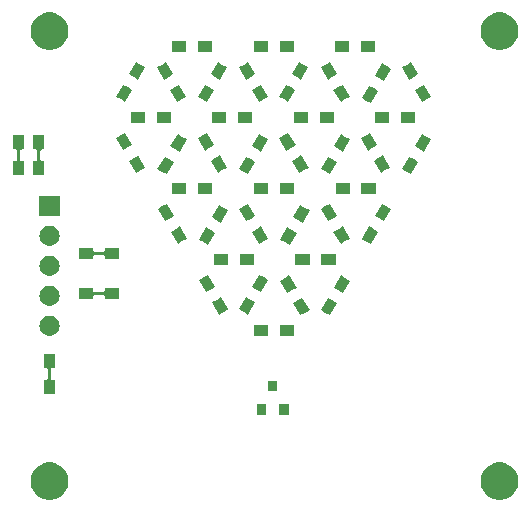
<source format=gbr>
G04 #@! TF.GenerationSoftware,KiCad,Pcbnew,(5.0.2)-1*
G04 #@! TF.CreationDate,2019-03-12T22:47:49+00:00*
G04 #@! TF.ProjectId,crazy-proto - SOT23 - Hex,6372617a-792d-4707-926f-746f202d2053,1.0*
G04 #@! TF.SameCoordinates,Original*
G04 #@! TF.FileFunction,Soldermask,Top*
G04 #@! TF.FilePolarity,Negative*
%FSLAX46Y46*%
G04 Gerber Fmt 4.6, Leading zero omitted, Abs format (unit mm)*
G04 Created by KiCad (PCBNEW (5.0.2)-1) date 12/03/2019 22:47:49*
%MOMM*%
%LPD*%
G01*
G04 APERTURE LIST*
%ADD10C,0.100000*%
G04 APERTURE END LIST*
D10*
G36*
X157184703Y-115555486D02*
X157475883Y-115676097D01*
X157737944Y-115851201D01*
X157960799Y-116074056D01*
X158135903Y-116336117D01*
X158256514Y-116627297D01*
X158318000Y-116936412D01*
X158318000Y-117251588D01*
X158256514Y-117560703D01*
X158135903Y-117851883D01*
X157960799Y-118113944D01*
X157737944Y-118336799D01*
X157475883Y-118511903D01*
X157184703Y-118632514D01*
X156875588Y-118694000D01*
X156560412Y-118694000D01*
X156251297Y-118632514D01*
X155960117Y-118511903D01*
X155698056Y-118336799D01*
X155475201Y-118113944D01*
X155300097Y-117851883D01*
X155179486Y-117560703D01*
X155118000Y-117251588D01*
X155118000Y-116936412D01*
X155179486Y-116627297D01*
X155300097Y-116336117D01*
X155475201Y-116074056D01*
X155698056Y-115851201D01*
X155960117Y-115676097D01*
X156251297Y-115555486D01*
X156560412Y-115494000D01*
X156875588Y-115494000D01*
X157184703Y-115555486D01*
X157184703Y-115555486D01*
G37*
G36*
X119084703Y-115555486D02*
X119375883Y-115676097D01*
X119637944Y-115851201D01*
X119860799Y-116074056D01*
X120035903Y-116336117D01*
X120156514Y-116627297D01*
X120218000Y-116936412D01*
X120218000Y-117251588D01*
X120156514Y-117560703D01*
X120035903Y-117851883D01*
X119860799Y-118113944D01*
X119637944Y-118336799D01*
X119375883Y-118511903D01*
X119084703Y-118632514D01*
X118775588Y-118694000D01*
X118460412Y-118694000D01*
X118151297Y-118632514D01*
X117860117Y-118511903D01*
X117598056Y-118336799D01*
X117375201Y-118113944D01*
X117200097Y-117851883D01*
X117079486Y-117560703D01*
X117018000Y-117251588D01*
X117018000Y-116936412D01*
X117079486Y-116627297D01*
X117200097Y-116336117D01*
X117375201Y-116074056D01*
X117598056Y-115851201D01*
X117860117Y-115676097D01*
X118151297Y-115555486D01*
X118460412Y-115494000D01*
X118775588Y-115494000D01*
X119084703Y-115555486D01*
X119084703Y-115555486D01*
G37*
G36*
X136955280Y-111489840D02*
X136155280Y-111489840D01*
X136155280Y-110589840D01*
X136955280Y-110589840D01*
X136955280Y-111489840D01*
X136955280Y-111489840D01*
G37*
G36*
X138855280Y-111489840D02*
X138055280Y-111489840D01*
X138055280Y-110589840D01*
X138855280Y-110589840D01*
X138855280Y-111489840D01*
X138855280Y-111489840D01*
G37*
G36*
X119050000Y-107500000D02*
X118875000Y-107500000D01*
X118850614Y-107502402D01*
X118827165Y-107509515D01*
X118805554Y-107521066D01*
X118786612Y-107536612D01*
X118771066Y-107555554D01*
X118759515Y-107577165D01*
X118752402Y-107600614D01*
X118750000Y-107625000D01*
X118750000Y-108375000D01*
X118752402Y-108399386D01*
X118759515Y-108422835D01*
X118771066Y-108444446D01*
X118786612Y-108463388D01*
X118805554Y-108478934D01*
X118827165Y-108490485D01*
X118850614Y-108497598D01*
X118875000Y-108500000D01*
X119050000Y-108500000D01*
X119050000Y-109700000D01*
X118150000Y-109700000D01*
X118150000Y-108500000D01*
X118325000Y-108500000D01*
X118349386Y-108497598D01*
X118372835Y-108490485D01*
X118394446Y-108478934D01*
X118413388Y-108463388D01*
X118428934Y-108444446D01*
X118440485Y-108422835D01*
X118447598Y-108399386D01*
X118450000Y-108375000D01*
X118450000Y-107625000D01*
X118447598Y-107600614D01*
X118440485Y-107577165D01*
X118428934Y-107555554D01*
X118413388Y-107536612D01*
X118394446Y-107521066D01*
X118372835Y-107509515D01*
X118349386Y-107502402D01*
X118325000Y-107500000D01*
X118150000Y-107500000D01*
X118150000Y-106300000D01*
X119050000Y-106300000D01*
X119050000Y-107500000D01*
X119050000Y-107500000D01*
G37*
G36*
X137905280Y-109489840D02*
X137105280Y-109489840D01*
X137105280Y-108589840D01*
X137905280Y-108589840D01*
X137905280Y-109489840D01*
X137905280Y-109489840D01*
G37*
G36*
X139298450Y-104796750D02*
X138098450Y-104796750D01*
X138098450Y-103896750D01*
X139298450Y-103896750D01*
X139298450Y-104796750D01*
X139298450Y-104796750D01*
G37*
G36*
X137098450Y-104796750D02*
X135898450Y-104796750D01*
X135898450Y-103896750D01*
X137098450Y-103896750D01*
X137098450Y-104796750D01*
X137098450Y-104796750D01*
G37*
G36*
X118784630Y-103084699D02*
X118944855Y-103133303D01*
X119092520Y-103212231D01*
X119221949Y-103318451D01*
X119328169Y-103447880D01*
X119407097Y-103595545D01*
X119455701Y-103755770D01*
X119472112Y-103922400D01*
X119455701Y-104089030D01*
X119407097Y-104249255D01*
X119328169Y-104396920D01*
X119221949Y-104526349D01*
X119092520Y-104632569D01*
X118944855Y-104711497D01*
X118784630Y-104760101D01*
X118659752Y-104772400D01*
X118576248Y-104772400D01*
X118451370Y-104760101D01*
X118291145Y-104711497D01*
X118143480Y-104632569D01*
X118014051Y-104526349D01*
X117907831Y-104396920D01*
X117828903Y-104249255D01*
X117780299Y-104089030D01*
X117763888Y-103922400D01*
X117780299Y-103755770D01*
X117828903Y-103595545D01*
X117907831Y-103447880D01*
X118014051Y-103318451D01*
X118143480Y-103212231D01*
X118291145Y-103133303D01*
X118451370Y-103084699D01*
X118576248Y-103072400D01*
X118659752Y-103072400D01*
X118784630Y-103084699D01*
X118784630Y-103084699D01*
G37*
G36*
X142558450Y-101779763D02*
X142948162Y-102004763D01*
X142348162Y-103043993D01*
X142348161Y-103043993D01*
X141958450Y-102818993D01*
X141568738Y-102593993D01*
X142168738Y-101554763D01*
X142168739Y-101554763D01*
X142558450Y-101779763D01*
X142558450Y-101779763D01*
G37*
G36*
X140638162Y-102593993D02*
X140248450Y-102818993D01*
X139858739Y-103043993D01*
X139858738Y-103043993D01*
X139258738Y-102004763D01*
X139648450Y-101779763D01*
X140038161Y-101554763D01*
X140038162Y-101554763D01*
X140638162Y-102593993D01*
X140638162Y-102593993D01*
G37*
G36*
X133748162Y-102543993D02*
X133661559Y-102593993D01*
X132968739Y-102993993D01*
X132968738Y-102993993D01*
X132368738Y-101954763D01*
X132793971Y-101709255D01*
X133148161Y-101504763D01*
X133148162Y-101504763D01*
X133748162Y-102543993D01*
X133748162Y-102543993D01*
G37*
G36*
X135520296Y-101650000D02*
X136040662Y-101950433D01*
X135440662Y-102989663D01*
X135440661Y-102989663D01*
X135050950Y-102764663D01*
X134661238Y-102539663D01*
X135261238Y-101500433D01*
X135261239Y-101500433D01*
X135520296Y-101650000D01*
X135520296Y-101650000D01*
G37*
G36*
X118784630Y-100544699D02*
X118944855Y-100593303D01*
X119092520Y-100672231D01*
X119221949Y-100778451D01*
X119328169Y-100907880D01*
X119407097Y-101055545D01*
X119455701Y-101215770D01*
X119472112Y-101382400D01*
X119455701Y-101549030D01*
X119407097Y-101709255D01*
X119328169Y-101856920D01*
X119221949Y-101986349D01*
X119092520Y-102092569D01*
X118944855Y-102171497D01*
X118784630Y-102220101D01*
X118659752Y-102232400D01*
X118576248Y-102232400D01*
X118451370Y-102220101D01*
X118291145Y-102171497D01*
X118143480Y-102092569D01*
X118014051Y-101986349D01*
X117907831Y-101856920D01*
X117828903Y-101709255D01*
X117780299Y-101549030D01*
X117763888Y-101382400D01*
X117780299Y-101215770D01*
X117828903Y-101055545D01*
X117907831Y-100907880D01*
X118014051Y-100778451D01*
X118143480Y-100672231D01*
X118291145Y-100593303D01*
X118451370Y-100544699D01*
X118576248Y-100532400D01*
X118659752Y-100532400D01*
X118784630Y-100544699D01*
X118784630Y-100544699D01*
G37*
G36*
X122300000Y-100925000D02*
X122302402Y-100949386D01*
X122309515Y-100972835D01*
X122321066Y-100994446D01*
X122336612Y-101013388D01*
X122355554Y-101028934D01*
X122377165Y-101040485D01*
X122400614Y-101047598D01*
X122425000Y-101050000D01*
X123175000Y-101050000D01*
X123199386Y-101047598D01*
X123222835Y-101040485D01*
X123244446Y-101028934D01*
X123263388Y-101013388D01*
X123278934Y-100994446D01*
X123290485Y-100972835D01*
X123297598Y-100949386D01*
X123300000Y-100925000D01*
X123300000Y-100750000D01*
X124500000Y-100750000D01*
X124500000Y-101650000D01*
X123300000Y-101650000D01*
X123300000Y-101475000D01*
X123297598Y-101450614D01*
X123290485Y-101427165D01*
X123278934Y-101405554D01*
X123263388Y-101386612D01*
X123244446Y-101371066D01*
X123222835Y-101359515D01*
X123199386Y-101352402D01*
X123175000Y-101350000D01*
X122425000Y-101350000D01*
X122400614Y-101352402D01*
X122377165Y-101359515D01*
X122355554Y-101371066D01*
X122336612Y-101386612D01*
X122321066Y-101405554D01*
X122309515Y-101427165D01*
X122302402Y-101450614D01*
X122300000Y-101475000D01*
X122300000Y-101650000D01*
X121100000Y-101650000D01*
X121100000Y-100750000D01*
X122300000Y-100750000D01*
X122300000Y-100925000D01*
X122300000Y-100925000D01*
G37*
G36*
X139538162Y-100688737D02*
X139158595Y-100907880D01*
X138758739Y-101138737D01*
X138758738Y-101138737D01*
X138158738Y-100099507D01*
X138548450Y-99874507D01*
X138938161Y-99649507D01*
X138938162Y-99649507D01*
X139538162Y-100688737D01*
X139538162Y-100688737D01*
G37*
G36*
X143658450Y-99874507D02*
X144048162Y-100099507D01*
X143448162Y-101138737D01*
X143448161Y-101138737D01*
X143048305Y-100907880D01*
X142668738Y-100688737D01*
X143268738Y-99649507D01*
X143268739Y-99649507D01*
X143658450Y-99874507D01*
X143658450Y-99874507D01*
G37*
G36*
X132648162Y-100638737D02*
X132406170Y-100778451D01*
X131868739Y-101088737D01*
X131868738Y-101088737D01*
X131268738Y-100049507D01*
X131887266Y-99692400D01*
X132048161Y-99599507D01*
X132048162Y-99599507D01*
X132648162Y-100638737D01*
X132648162Y-100638737D01*
G37*
G36*
X136750950Y-99820177D02*
X137140662Y-100045177D01*
X136540662Y-101084407D01*
X136540661Y-101084407D01*
X136010730Y-100778451D01*
X135761238Y-100634407D01*
X136361238Y-99595177D01*
X136361239Y-99595177D01*
X136750950Y-99820177D01*
X136750950Y-99820177D01*
G37*
G36*
X118784630Y-98004699D02*
X118944855Y-98053303D01*
X119092520Y-98132231D01*
X119221949Y-98238451D01*
X119328169Y-98367880D01*
X119407097Y-98515545D01*
X119455701Y-98675770D01*
X119472112Y-98842400D01*
X119455701Y-99009030D01*
X119407097Y-99169255D01*
X119328169Y-99316920D01*
X119221949Y-99446349D01*
X119092520Y-99552569D01*
X118944855Y-99631497D01*
X118784630Y-99680101D01*
X118659752Y-99692400D01*
X118576248Y-99692400D01*
X118451370Y-99680101D01*
X118291145Y-99631497D01*
X118143480Y-99552569D01*
X118014051Y-99446349D01*
X117907831Y-99316920D01*
X117828903Y-99169255D01*
X117780299Y-99009030D01*
X117763888Y-98842400D01*
X117780299Y-98675770D01*
X117828903Y-98515545D01*
X117907831Y-98367880D01*
X118014051Y-98238451D01*
X118143480Y-98132231D01*
X118291145Y-98053303D01*
X118451370Y-98004699D01*
X118576248Y-97992400D01*
X118659752Y-97992400D01*
X118784630Y-98004699D01*
X118784630Y-98004699D01*
G37*
G36*
X133733450Y-98746750D02*
X132533450Y-98746750D01*
X132533450Y-97846750D01*
X133733450Y-97846750D01*
X133733450Y-98746750D01*
X133733450Y-98746750D01*
G37*
G36*
X142838450Y-98746750D02*
X141638450Y-98746750D01*
X141638450Y-97846750D01*
X142838450Y-97846750D01*
X142838450Y-98746750D01*
X142838450Y-98746750D01*
G37*
G36*
X140638450Y-98746750D02*
X139438450Y-98746750D01*
X139438450Y-97846750D01*
X140638450Y-97846750D01*
X140638450Y-98746750D01*
X140638450Y-98746750D01*
G37*
G36*
X135933450Y-98746750D02*
X134733450Y-98746750D01*
X134733450Y-97846750D01*
X135933450Y-97846750D01*
X135933450Y-98746750D01*
X135933450Y-98746750D01*
G37*
G36*
X122300000Y-97525000D02*
X122302402Y-97549386D01*
X122309515Y-97572835D01*
X122321066Y-97594446D01*
X122336612Y-97613388D01*
X122355554Y-97628934D01*
X122377165Y-97640485D01*
X122400614Y-97647598D01*
X122425000Y-97650000D01*
X123175000Y-97650000D01*
X123199386Y-97647598D01*
X123222835Y-97640485D01*
X123244446Y-97628934D01*
X123263388Y-97613388D01*
X123278934Y-97594446D01*
X123290485Y-97572835D01*
X123297598Y-97549386D01*
X123300000Y-97525000D01*
X123300000Y-97350000D01*
X124500000Y-97350000D01*
X124500000Y-98250000D01*
X123300000Y-98250000D01*
X123300000Y-98075000D01*
X123297598Y-98050614D01*
X123290485Y-98027165D01*
X123278934Y-98005554D01*
X123263388Y-97986612D01*
X123244446Y-97971066D01*
X123222835Y-97959515D01*
X123199386Y-97952402D01*
X123175000Y-97950000D01*
X122425000Y-97950000D01*
X122400614Y-97952402D01*
X122377165Y-97959515D01*
X122355554Y-97971066D01*
X122336612Y-97986612D01*
X122321066Y-98005554D01*
X122309515Y-98027165D01*
X122302402Y-98050614D01*
X122300000Y-98075000D01*
X122300000Y-98250000D01*
X121100000Y-98250000D01*
X121100000Y-97350000D01*
X122300000Y-97350000D01*
X122300000Y-97525000D01*
X122300000Y-97525000D01*
G37*
G36*
X118784630Y-95464699D02*
X118944855Y-95513303D01*
X119092520Y-95592231D01*
X119221949Y-95698451D01*
X119328169Y-95827880D01*
X119407097Y-95975545D01*
X119455701Y-96135770D01*
X119472112Y-96302400D01*
X119455701Y-96469030D01*
X119407097Y-96629255D01*
X119328169Y-96776920D01*
X119221949Y-96906349D01*
X119092520Y-97012569D01*
X118944855Y-97091497D01*
X118784630Y-97140101D01*
X118659752Y-97152400D01*
X118576248Y-97152400D01*
X118451370Y-97140101D01*
X118291145Y-97091497D01*
X118143480Y-97012569D01*
X118014051Y-96906349D01*
X117907831Y-96776920D01*
X117828903Y-96629255D01*
X117780299Y-96469030D01*
X117763888Y-96302400D01*
X117780299Y-96135770D01*
X117828903Y-95975545D01*
X117907831Y-95827880D01*
X118014051Y-95698451D01*
X118143480Y-95592231D01*
X118291145Y-95513303D01*
X118451370Y-95464699D01*
X118576248Y-95452400D01*
X118659752Y-95452400D01*
X118784630Y-95464699D01*
X118784630Y-95464699D01*
G37*
G36*
X139150189Y-95827880D02*
X139543162Y-96054763D01*
X138943162Y-97093993D01*
X138943161Y-97093993D01*
X138393973Y-96776919D01*
X138163738Y-96643993D01*
X138763738Y-95604763D01*
X138763739Y-95604763D01*
X139150189Y-95827880D01*
X139150189Y-95827880D01*
G37*
G36*
X132250189Y-95827880D02*
X132643162Y-96054763D01*
X132043162Y-97093993D01*
X132043161Y-97093993D01*
X131493973Y-96776919D01*
X131263738Y-96643993D01*
X131863738Y-95604763D01*
X131863739Y-95604763D01*
X132250189Y-95827880D01*
X132250189Y-95827880D01*
G37*
G36*
X145826944Y-95604763D02*
X146440662Y-95959093D01*
X145840662Y-96998323D01*
X145840661Y-96998323D01*
X145201417Y-96629255D01*
X145061238Y-96548323D01*
X145661238Y-95509093D01*
X145661239Y-95509093D01*
X145826944Y-95604763D01*
X145826944Y-95604763D01*
G37*
G36*
X144043162Y-96543993D02*
X143653450Y-96768993D01*
X143263739Y-96993993D01*
X143263738Y-96993993D01*
X142663738Y-95954763D01*
X143107684Y-95698451D01*
X143443161Y-95504763D01*
X143443162Y-95504763D01*
X144043162Y-96543993D01*
X144043162Y-96543993D01*
G37*
G36*
X137143162Y-96543993D02*
X136753450Y-96768993D01*
X136363739Y-96993993D01*
X136363738Y-96993993D01*
X135763738Y-95954763D01*
X136207684Y-95698451D01*
X136543161Y-95504763D01*
X136543162Y-95504763D01*
X137143162Y-96543993D01*
X137143162Y-96543993D01*
G37*
G36*
X130248162Y-96543993D02*
X129858450Y-96768993D01*
X129468739Y-96993993D01*
X129468738Y-96993993D01*
X128868738Y-95954763D01*
X129312684Y-95698451D01*
X129648161Y-95504763D01*
X129648162Y-95504763D01*
X130248162Y-96543993D01*
X130248162Y-96543993D01*
G37*
G36*
X140253450Y-93924507D02*
X140643162Y-94149507D01*
X140043162Y-95188737D01*
X140043161Y-95188737D01*
X139653450Y-94963737D01*
X139263738Y-94738737D01*
X139863738Y-93699507D01*
X139863739Y-93699507D01*
X140253450Y-93924507D01*
X140253450Y-93924507D01*
G37*
G36*
X133353450Y-93924507D02*
X133743162Y-94149507D01*
X133143162Y-95188737D01*
X133143161Y-95188737D01*
X132753450Y-94963737D01*
X132363738Y-94738737D01*
X132963738Y-93699507D01*
X132963739Y-93699507D01*
X133353450Y-93924507D01*
X133353450Y-93924507D01*
G37*
G36*
X146926944Y-93699507D02*
X147540662Y-94053837D01*
X146940662Y-95093067D01*
X146940661Y-95093067D01*
X146326944Y-94738737D01*
X146161238Y-94643067D01*
X146761238Y-93603837D01*
X146761239Y-93603837D01*
X146926944Y-93699507D01*
X146926944Y-93699507D01*
G37*
G36*
X136043162Y-94638737D02*
X135653450Y-94863737D01*
X135263739Y-95088737D01*
X135263738Y-95088737D01*
X134663738Y-94049507D01*
X135053450Y-93824507D01*
X135443161Y-93599507D01*
X135443162Y-93599507D01*
X136043162Y-94638737D01*
X136043162Y-94638737D01*
G37*
G36*
X142943162Y-94638737D02*
X142553450Y-94863737D01*
X142163739Y-95088737D01*
X142163738Y-95088737D01*
X141563738Y-94049507D01*
X141953450Y-93824507D01*
X142343161Y-93599507D01*
X142343162Y-93599507D01*
X142943162Y-94638737D01*
X142943162Y-94638737D01*
G37*
G36*
X129148162Y-94638737D02*
X128758450Y-94863737D01*
X128368739Y-95088737D01*
X128368738Y-95088737D01*
X127768738Y-94049507D01*
X128158450Y-93824507D01*
X128548161Y-93599507D01*
X128548162Y-93599507D01*
X129148162Y-94638737D01*
X129148162Y-94638737D01*
G37*
G36*
X119468000Y-94612400D02*
X117768000Y-94612400D01*
X117768000Y-92912400D01*
X119468000Y-92912400D01*
X119468000Y-94612400D01*
X119468000Y-94612400D01*
G37*
G36*
X146233450Y-92746750D02*
X145033450Y-92746750D01*
X145033450Y-91846750D01*
X146233450Y-91846750D01*
X146233450Y-92746750D01*
X146233450Y-92746750D01*
G37*
G36*
X144033450Y-92746750D02*
X142833450Y-92746750D01*
X142833450Y-91846750D01*
X144033450Y-91846750D01*
X144033450Y-92746750D01*
X144033450Y-92746750D01*
G37*
G36*
X132398450Y-92746750D02*
X131198450Y-92746750D01*
X131198450Y-91846750D01*
X132398450Y-91846750D01*
X132398450Y-92746750D01*
X132398450Y-92746750D01*
G37*
G36*
X139298450Y-92746750D02*
X138098450Y-92746750D01*
X138098450Y-91846750D01*
X139298450Y-91846750D01*
X139298450Y-92746750D01*
X139298450Y-92746750D01*
G37*
G36*
X137098450Y-92746750D02*
X135898450Y-92746750D01*
X135898450Y-91846750D01*
X137098450Y-91846750D01*
X137098450Y-92746750D01*
X137098450Y-92746750D01*
G37*
G36*
X130198450Y-92746750D02*
X128998450Y-92746750D01*
X128998450Y-91846750D01*
X130198450Y-91846750D01*
X130198450Y-92746750D01*
X130198450Y-92746750D01*
G37*
G36*
X116450000Y-89000000D02*
X116275000Y-89000000D01*
X116250614Y-89002402D01*
X116227165Y-89009515D01*
X116205554Y-89021066D01*
X116186612Y-89036612D01*
X116171066Y-89055554D01*
X116159515Y-89077165D01*
X116152402Y-89100614D01*
X116150000Y-89125000D01*
X116150000Y-89875000D01*
X116152402Y-89899386D01*
X116159515Y-89922835D01*
X116171066Y-89944446D01*
X116186612Y-89963388D01*
X116205554Y-89978934D01*
X116227165Y-89990485D01*
X116250614Y-89997598D01*
X116275000Y-90000000D01*
X116450000Y-90000000D01*
X116450000Y-91200000D01*
X115550000Y-91200000D01*
X115550000Y-90000000D01*
X115725000Y-90000000D01*
X115749386Y-89997598D01*
X115772835Y-89990485D01*
X115794446Y-89978934D01*
X115813388Y-89963388D01*
X115828934Y-89944446D01*
X115840485Y-89922835D01*
X115847598Y-89899386D01*
X115850000Y-89875000D01*
X115850000Y-89125000D01*
X115847598Y-89100614D01*
X115840485Y-89077165D01*
X115828934Y-89055554D01*
X115813388Y-89036612D01*
X115794446Y-89021066D01*
X115772835Y-89009515D01*
X115749386Y-89002402D01*
X115725000Y-89000000D01*
X115550000Y-89000000D01*
X115550000Y-87800000D01*
X116450000Y-87800000D01*
X116450000Y-89000000D01*
X116450000Y-89000000D01*
G37*
G36*
X118150000Y-89000000D02*
X117975000Y-89000000D01*
X117950614Y-89002402D01*
X117927165Y-89009515D01*
X117905554Y-89021066D01*
X117886612Y-89036612D01*
X117871066Y-89055554D01*
X117859515Y-89077165D01*
X117852402Y-89100614D01*
X117850000Y-89125000D01*
X117850000Y-89875000D01*
X117852402Y-89899386D01*
X117859515Y-89922835D01*
X117871066Y-89944446D01*
X117886612Y-89963388D01*
X117905554Y-89978934D01*
X117927165Y-89990485D01*
X117950614Y-89997598D01*
X117975000Y-90000000D01*
X118150000Y-90000000D01*
X118150000Y-91200000D01*
X117250000Y-91200000D01*
X117250000Y-90000000D01*
X117425000Y-90000000D01*
X117449386Y-89997598D01*
X117472835Y-89990485D01*
X117494446Y-89978934D01*
X117513388Y-89963388D01*
X117528934Y-89944446D01*
X117540485Y-89922835D01*
X117547598Y-89899386D01*
X117550000Y-89875000D01*
X117550000Y-89125000D01*
X117547598Y-89100614D01*
X117540485Y-89077165D01*
X117528934Y-89055554D01*
X117513388Y-89036612D01*
X117494446Y-89021066D01*
X117472835Y-89009515D01*
X117449386Y-89002402D01*
X117425000Y-89000000D01*
X117250000Y-89000000D01*
X117250000Y-87800000D01*
X118150000Y-87800000D01*
X118150000Y-89000000D01*
X118150000Y-89000000D01*
G37*
G36*
X135655950Y-89834093D02*
X136045662Y-90059093D01*
X135445662Y-91098323D01*
X135445661Y-91098323D01*
X135055950Y-90873323D01*
X134666238Y-90648323D01*
X135266238Y-89609093D01*
X135266239Y-89609093D01*
X135655950Y-89834093D01*
X135655950Y-89834093D01*
G37*
G36*
X128750950Y-89834093D02*
X129140662Y-90059093D01*
X128540662Y-91098323D01*
X128540661Y-91098323D01*
X128150950Y-90873323D01*
X127761238Y-90648323D01*
X128361238Y-89609093D01*
X128361239Y-89609093D01*
X128750950Y-89834093D01*
X128750950Y-89834093D01*
G37*
G36*
X149458450Y-89829763D02*
X149848162Y-90054763D01*
X149248162Y-91093993D01*
X149248161Y-91093993D01*
X148858450Y-90868993D01*
X148468738Y-90643993D01*
X149068738Y-89604763D01*
X149068739Y-89604763D01*
X149458450Y-89829763D01*
X149458450Y-89829763D01*
G37*
G36*
X142555950Y-89825433D02*
X142945662Y-90050433D01*
X142345662Y-91089663D01*
X142345661Y-91089663D01*
X141955950Y-90864663D01*
X141566238Y-90639663D01*
X142166238Y-89600433D01*
X142166239Y-89600433D01*
X142555950Y-89825433D01*
X142555950Y-89825433D01*
G37*
G36*
X147447492Y-90546493D02*
X147057780Y-90771493D01*
X146668069Y-90996493D01*
X146668068Y-90996493D01*
X146068068Y-89957263D01*
X146457780Y-89732263D01*
X146847491Y-89507263D01*
X146847492Y-89507263D01*
X147447492Y-90546493D01*
X147447492Y-90546493D01*
G37*
G36*
X133643162Y-90543993D02*
X133253450Y-90768993D01*
X132863739Y-90993993D01*
X132863738Y-90993993D01*
X132263738Y-89954763D01*
X132653450Y-89729763D01*
X133043161Y-89504763D01*
X133043162Y-89504763D01*
X133643162Y-90543993D01*
X133643162Y-90543993D01*
G37*
G36*
X140548162Y-90543993D02*
X140158450Y-90768993D01*
X139768739Y-90993993D01*
X139768738Y-90993993D01*
X139168738Y-89954763D01*
X139558450Y-89729763D01*
X139948161Y-89504763D01*
X139948162Y-89504763D01*
X140548162Y-90543993D01*
X140548162Y-90543993D01*
G37*
G36*
X126740662Y-90539663D02*
X126552457Y-90648323D01*
X125961239Y-90989663D01*
X125961238Y-90989663D01*
X125361238Y-89950433D01*
X125952457Y-89609093D01*
X126140661Y-89500433D01*
X126140662Y-89500433D01*
X126740662Y-90539663D01*
X126740662Y-90539663D01*
G37*
G36*
X136755950Y-87928837D02*
X137145662Y-88153837D01*
X136545662Y-89193067D01*
X136545661Y-89193067D01*
X136155950Y-88968067D01*
X135766238Y-88743067D01*
X136366238Y-87703837D01*
X136366239Y-87703837D01*
X136755950Y-87928837D01*
X136755950Y-87928837D01*
G37*
G36*
X129850950Y-87928837D02*
X130240662Y-88153837D01*
X129640662Y-89193067D01*
X129640661Y-89193067D01*
X129250950Y-88968067D01*
X128861238Y-88743067D01*
X129461238Y-87703837D01*
X129461239Y-87703837D01*
X129850950Y-87928837D01*
X129850950Y-87928837D01*
G37*
G36*
X150558450Y-87924507D02*
X150948162Y-88149507D01*
X150348162Y-89188737D01*
X150348161Y-89188737D01*
X149848054Y-88900000D01*
X149568738Y-88738737D01*
X150168738Y-87699507D01*
X150168739Y-87699507D01*
X150558450Y-87924507D01*
X150558450Y-87924507D01*
G37*
G36*
X143655950Y-87920177D02*
X144045662Y-88145177D01*
X143445662Y-89184407D01*
X143445661Y-89184407D01*
X142953054Y-88900000D01*
X142666238Y-88734407D01*
X143266238Y-87695177D01*
X143266239Y-87695177D01*
X143655950Y-87920177D01*
X143655950Y-87920177D01*
G37*
G36*
X146347492Y-88641237D02*
X145957780Y-88866237D01*
X145568069Y-89091237D01*
X145568068Y-89091237D01*
X144968068Y-88052007D01*
X145357780Y-87827007D01*
X145747491Y-87602007D01*
X145747492Y-87602007D01*
X146347492Y-88641237D01*
X146347492Y-88641237D01*
G37*
G36*
X139448162Y-88638737D02*
X139058450Y-88863737D01*
X138668739Y-89088737D01*
X138668738Y-89088737D01*
X138068738Y-88049507D01*
X138500897Y-87800000D01*
X138848161Y-87599507D01*
X138848162Y-87599507D01*
X139448162Y-88638737D01*
X139448162Y-88638737D01*
G37*
G36*
X132543162Y-88638737D02*
X132153450Y-88863737D01*
X131763739Y-89088737D01*
X131763738Y-89088737D01*
X131163738Y-88049507D01*
X131595897Y-87800000D01*
X131943161Y-87599507D01*
X131943162Y-87599507D01*
X132543162Y-88638737D01*
X132543162Y-88638737D01*
G37*
G36*
X125640662Y-88634407D02*
X125452457Y-88743067D01*
X124861239Y-89084407D01*
X124861238Y-89084407D01*
X124261238Y-88045177D01*
X124852457Y-87703837D01*
X125040661Y-87595177D01*
X125040662Y-87595177D01*
X125640662Y-88634407D01*
X125640662Y-88634407D01*
G37*
G36*
X149603450Y-86746750D02*
X148403450Y-86746750D01*
X148403450Y-85846750D01*
X149603450Y-85846750D01*
X149603450Y-86746750D01*
X149603450Y-86746750D01*
G37*
G36*
X147403450Y-86746750D02*
X146203450Y-86746750D01*
X146203450Y-85846750D01*
X147403450Y-85846750D01*
X147403450Y-86746750D01*
X147403450Y-86746750D01*
G37*
G36*
X142733450Y-86746750D02*
X141533450Y-86746750D01*
X141533450Y-85846750D01*
X142733450Y-85846750D01*
X142733450Y-86746750D01*
X142733450Y-86746750D01*
G37*
G36*
X133603450Y-86746750D02*
X132403450Y-86746750D01*
X132403450Y-85846750D01*
X133603450Y-85846750D01*
X133603450Y-86746750D01*
X133603450Y-86746750D01*
G37*
G36*
X126733450Y-86746750D02*
X125533450Y-86746750D01*
X125533450Y-85846750D01*
X126733450Y-85846750D01*
X126733450Y-86746750D01*
X126733450Y-86746750D01*
G37*
G36*
X135803450Y-86746750D02*
X134603450Y-86746750D01*
X134603450Y-85846750D01*
X135803450Y-85846750D01*
X135803450Y-86746750D01*
X135803450Y-86746750D01*
G37*
G36*
X140533450Y-86746750D02*
X139333450Y-86746750D01*
X139333450Y-85846750D01*
X140533450Y-85846750D01*
X140533450Y-86746750D01*
X140533450Y-86746750D01*
G37*
G36*
X128933450Y-86746750D02*
X127733450Y-86746750D01*
X127733450Y-85846750D01*
X128933450Y-85846750D01*
X128933450Y-86746750D01*
X128933450Y-86746750D01*
G37*
G36*
X146053450Y-83829763D02*
X146443162Y-84054763D01*
X145843162Y-85093993D01*
X145843161Y-85093993D01*
X145453450Y-84868993D01*
X145063738Y-84643993D01*
X145663738Y-83604763D01*
X145663739Y-83604763D01*
X146053450Y-83829763D01*
X146053450Y-83829763D01*
G37*
G36*
X132153450Y-83729763D02*
X132543162Y-83954763D01*
X131943162Y-84993993D01*
X131943161Y-84993993D01*
X131553450Y-84768993D01*
X131163738Y-84543993D01*
X131763738Y-83504763D01*
X131763739Y-83504763D01*
X132153450Y-83729763D01*
X132153450Y-83729763D01*
G37*
G36*
X130193162Y-84543993D02*
X129803450Y-84768993D01*
X129413739Y-84993993D01*
X129413738Y-84993993D01*
X128813738Y-83954763D01*
X129203450Y-83729763D01*
X129593161Y-83504763D01*
X129593162Y-83504763D01*
X130193162Y-84543993D01*
X130193162Y-84543993D01*
G37*
G36*
X125253450Y-83729763D02*
X125643162Y-83954763D01*
X125043162Y-84993993D01*
X125043161Y-84993993D01*
X124653450Y-84768993D01*
X124263738Y-84543993D01*
X124863738Y-83504763D01*
X124863739Y-83504763D01*
X125253450Y-83729763D01*
X125253450Y-83729763D01*
G37*
G36*
X144043162Y-84543993D02*
X143653450Y-84768993D01*
X143263739Y-84993993D01*
X143263738Y-84993993D01*
X142663738Y-83954763D01*
X143053450Y-83729763D01*
X143443161Y-83504763D01*
X143443162Y-83504763D01*
X144043162Y-84543993D01*
X144043162Y-84543993D01*
G37*
G36*
X137143162Y-84543993D02*
X136753450Y-84768993D01*
X136363739Y-84993993D01*
X136363738Y-84993993D01*
X135763738Y-83954763D01*
X136153450Y-83729763D01*
X136543161Y-83504763D01*
X136543162Y-83504763D01*
X137143162Y-84543993D01*
X137143162Y-84543993D01*
G37*
G36*
X150943162Y-84543993D02*
X150553450Y-84768993D01*
X150163739Y-84993993D01*
X150163738Y-84993993D01*
X149563738Y-83954763D01*
X149953450Y-83729763D01*
X150343161Y-83504763D01*
X150343162Y-83504763D01*
X150943162Y-84543993D01*
X150943162Y-84543993D01*
G37*
G36*
X139050950Y-83725433D02*
X139440662Y-83950433D01*
X138840662Y-84989663D01*
X138840661Y-84989663D01*
X138450950Y-84764663D01*
X138061238Y-84539663D01*
X138661238Y-83500433D01*
X138661239Y-83500433D01*
X139050950Y-83725433D01*
X139050950Y-83725433D01*
G37*
G36*
X147153450Y-81924507D02*
X147543162Y-82149507D01*
X146943162Y-83188737D01*
X146943161Y-83188737D01*
X146553450Y-82963737D01*
X146163738Y-82738737D01*
X146763738Y-81699507D01*
X146763739Y-81699507D01*
X147153450Y-81924507D01*
X147153450Y-81924507D01*
G37*
G36*
X136043162Y-82638737D02*
X135653450Y-82863737D01*
X135263739Y-83088737D01*
X135263738Y-83088737D01*
X134663738Y-82049507D01*
X135053450Y-81824507D01*
X135443161Y-81599507D01*
X135443162Y-81599507D01*
X136043162Y-82638737D01*
X136043162Y-82638737D01*
G37*
G36*
X129093162Y-82638737D02*
X128703450Y-82863737D01*
X128313739Y-83088737D01*
X128313738Y-83088737D01*
X127713738Y-82049507D01*
X128103450Y-81824507D01*
X128493161Y-81599507D01*
X128493162Y-81599507D01*
X129093162Y-82638737D01*
X129093162Y-82638737D01*
G37*
G36*
X149843162Y-82638737D02*
X149453450Y-82863737D01*
X149063739Y-83088737D01*
X149063738Y-83088737D01*
X148463738Y-82049507D01*
X148853450Y-81824507D01*
X149243161Y-81599507D01*
X149243162Y-81599507D01*
X149843162Y-82638737D01*
X149843162Y-82638737D01*
G37*
G36*
X126353450Y-81824507D02*
X126743162Y-82049507D01*
X126143162Y-83088737D01*
X126143161Y-83088737D01*
X125753450Y-82863737D01*
X125363738Y-82638737D01*
X125963738Y-81599507D01*
X125963739Y-81599507D01*
X126353450Y-81824507D01*
X126353450Y-81824507D01*
G37*
G36*
X133253450Y-81824507D02*
X133643162Y-82049507D01*
X133043162Y-83088737D01*
X133043161Y-83088737D01*
X132653450Y-82863737D01*
X132263738Y-82638737D01*
X132863738Y-81599507D01*
X132863739Y-81599507D01*
X133253450Y-81824507D01*
X133253450Y-81824507D01*
G37*
G36*
X142943162Y-82638737D02*
X142553450Y-82863737D01*
X142163739Y-83088737D01*
X142163738Y-83088737D01*
X141563738Y-82049507D01*
X141953450Y-81824507D01*
X142343161Y-81599507D01*
X142343162Y-81599507D01*
X142943162Y-82638737D01*
X142943162Y-82638737D01*
G37*
G36*
X140150950Y-81820177D02*
X140540662Y-82045177D01*
X139940662Y-83084407D01*
X139940661Y-83084407D01*
X139550950Y-82859407D01*
X139161238Y-82634407D01*
X139761238Y-81595177D01*
X139761239Y-81595177D01*
X140150950Y-81820177D01*
X140150950Y-81820177D01*
G37*
G36*
X146203450Y-80746750D02*
X145003450Y-80746750D01*
X145003450Y-79846750D01*
X146203450Y-79846750D01*
X146203450Y-80746750D01*
X146203450Y-80746750D01*
G37*
G36*
X130183450Y-80746750D02*
X128983450Y-80746750D01*
X128983450Y-79846750D01*
X130183450Y-79846750D01*
X130183450Y-80746750D01*
X130183450Y-80746750D01*
G37*
G36*
X132383450Y-80746750D02*
X131183450Y-80746750D01*
X131183450Y-79846750D01*
X132383450Y-79846750D01*
X132383450Y-80746750D01*
X132383450Y-80746750D01*
G37*
G36*
X137133450Y-80746750D02*
X135933450Y-80746750D01*
X135933450Y-79846750D01*
X137133450Y-79846750D01*
X137133450Y-80746750D01*
X137133450Y-80746750D01*
G37*
G36*
X139333450Y-80746750D02*
X138133450Y-80746750D01*
X138133450Y-79846750D01*
X139333450Y-79846750D01*
X139333450Y-80746750D01*
X139333450Y-80746750D01*
G37*
G36*
X144003450Y-80746750D02*
X142803450Y-80746750D01*
X142803450Y-79846750D01*
X144003450Y-79846750D01*
X144003450Y-80746750D01*
X144003450Y-80746750D01*
G37*
G36*
X157184703Y-77455486D02*
X157475883Y-77576097D01*
X157737944Y-77751201D01*
X157960799Y-77974056D01*
X158135903Y-78236117D01*
X158256514Y-78527297D01*
X158318000Y-78836412D01*
X158318000Y-79151588D01*
X158256514Y-79460703D01*
X158135903Y-79751883D01*
X157960799Y-80013944D01*
X157737944Y-80236799D01*
X157475883Y-80411903D01*
X157184703Y-80532514D01*
X156875588Y-80594000D01*
X156560412Y-80594000D01*
X156251297Y-80532514D01*
X155960117Y-80411903D01*
X155698056Y-80236799D01*
X155475201Y-80013944D01*
X155300097Y-79751883D01*
X155179486Y-79460703D01*
X155118000Y-79151588D01*
X155118000Y-78836412D01*
X155179486Y-78527297D01*
X155300097Y-78236117D01*
X155475201Y-77974056D01*
X155698056Y-77751201D01*
X155960117Y-77576097D01*
X156251297Y-77455486D01*
X156560412Y-77394000D01*
X156875588Y-77394000D01*
X157184703Y-77455486D01*
X157184703Y-77455486D01*
G37*
G36*
X119084703Y-77455486D02*
X119375883Y-77576097D01*
X119637944Y-77751201D01*
X119860799Y-77974056D01*
X120035903Y-78236117D01*
X120156514Y-78527297D01*
X120218000Y-78836412D01*
X120218000Y-79151588D01*
X120156514Y-79460703D01*
X120035903Y-79751883D01*
X119860799Y-80013944D01*
X119637944Y-80236799D01*
X119375883Y-80411903D01*
X119084703Y-80532514D01*
X118775588Y-80594000D01*
X118460412Y-80594000D01*
X118151297Y-80532514D01*
X117860117Y-80411903D01*
X117598056Y-80236799D01*
X117375201Y-80013944D01*
X117200097Y-79751883D01*
X117079486Y-79460703D01*
X117018000Y-79151588D01*
X117018000Y-78836412D01*
X117079486Y-78527297D01*
X117200097Y-78236117D01*
X117375201Y-77974056D01*
X117598056Y-77751201D01*
X117860117Y-77576097D01*
X118151297Y-77455486D01*
X118460412Y-77394000D01*
X118775588Y-77394000D01*
X119084703Y-77455486D01*
X119084703Y-77455486D01*
G37*
M02*

</source>
